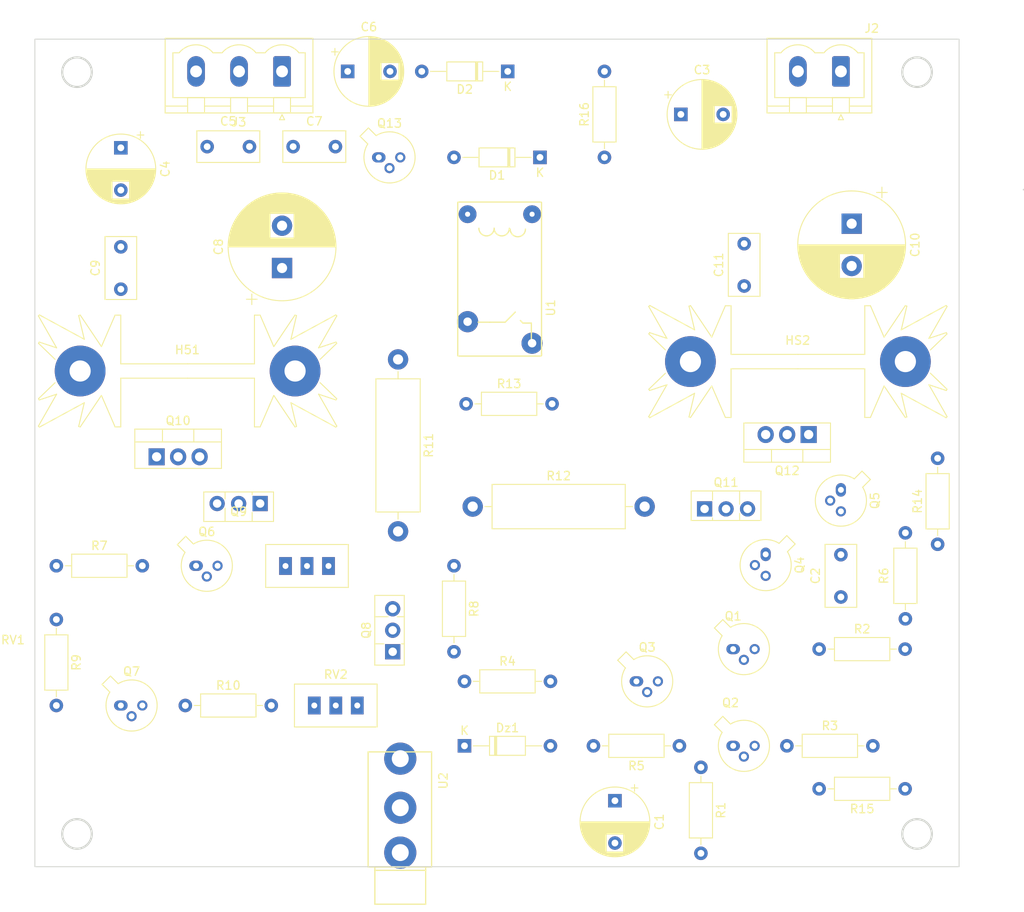
<source format=kicad_pcb>
(kicad_pcb (version 20211014) (generator pcbnew)
  (title_block (title "Routage Ampli Audio Laborde-Tastet / Rhali") (date "2022-04-02") (company "3 IMACS Groupe E") (comment 1 "Version 1"))
  (layers (0 "F.Cu" signal) (31 "B.Cu" signal) (34 "B.Paste" user) (35 "F.Paste" user) (36 "B.SilkS" user "B.Silkscreen") (37 "F.SilkS" user "F.Silkscreen") (38 "B.Mask" user) (39 "F.Mask" user) (44 "Edge.Cuts" user))
  (net 0 "")
  (net 1 "Net-(C1-Pad1)")
  (net 2 "Net-(C1-Pad2)")
  (net 3 "Net-(C2-Pad1)")
  (net 4 "Net-(C2-Pad2)")
  (net 5 "Net-(C3-Pad1)")
  (net 6 "GND")
  (net 7 "+12V")
  (net 8 "-12V")
  (net 9 "Net-(D1-Pad2)")
  (net 10 "Net-(D2-Pad2)")
  (net 11 "Net-(Dz1-Pad2)")
  (net 12 "/HP")
  (net 13 "Net-(Q1-Pad1)")
  (net 14 "Net-(Q2-Pad2)")
  (net 15 "Net-(Q2-Pad3)")
  (net 16 "Net-(Q3-Pad1)")
  (net 17 "Net-(Q4-Pad1)")
  (net 18 "Net-(Q5-Pad1)")
  (net 19 "Net-(Q6-Pad1)")
  (net 20 "Net-(Q6-Pad2)")
  (net 21 "Net-(Q6-Pad3)")
  (net 22 "Net-(Q7-Pad1)")
  (net 23 "Net-(Q8-Pad3)")
  (net 24 "Net-(Q10-Pad2)")
  (net 25 "Net-(Q10-Pad1)")
  (net 26 "Net-(Q11-Pad1)")
  (net 27 "Net-(Q11-Pad2)")
  (net 28 "Net-(R8-Pad1)")
  (net 29 "Net-(R10-Pad2)")
  (net 30 "Net-(R11-Pad2)")
  (footprint "importation:Potentiometer_Bourns_3296W_Vertical" (layer "F.Cu") (at 127.33 113.295)
    (fp_text reference "RV2" (at -2.54 -3.66) (layer "F.SilkS"))
    (fp_text value "R_Pot")
    (pad "1" thru_hole rect locked (at 0 0) (size 1.5 2.1) (drill 0.7) (layers *.Cu *.Mask) (net 6 "GND"))
    (pad "2" thru_hole rect locked (at -2.54 0) (size 1.5 2.1) (drill 0.7) (layers *.Cu *.Mask) (net 29 "Net-(R10-Pad2)"))
    (pad "3" thru_hole rect locked (at -5.08 0) (size 1.5 2.1) (drill 0.7) (layers *.Cu *.Mask) (net 29 "Net-(R10-Pad2)"))
  )
  (footprint "Resistor_THT:R_Axial_DIN0207_L6.3mm_D2.5mm_P10.16mm_Horizontal" (layer "F.Cu") (at 138.76 96.785 -90)
    (fp_text reference "R8" (at 5.08 -2.37 90) (layer "F.SilkS"))
    (fp_text value "R")
    (pad "1" thru_hole circle (at 0 0 270) (size 1.6 1.6) (drill 0.8) (layers *.Cu *.Mask) (net 28 "Net-(R8-Pad1)"))
    (pad "2" thru_hole oval (at 10.16 0 270) (size 1.6 1.6) (drill 0.8) (layers *.Cu *.Mask) (net 3 "Net-(C2-Pad1)"))
  )
  (footprint "importation:Jack_35RAPC2AV" (layer "F.Cu") (at 132.41 132.7775 90)
    (fp_text reference "U2" (at 10.5925 5.08 90) (layer "F.SilkS"))
    (fp_text value "Jack_Mono")
    (pad "G" thru_hole circle locked (at 2.1 0 90) (size 3.8 3.8) (drill 2) (layers *.Cu *.Mask) (net 6 "GND"))
    (pad "T" thru_hole circle locked (at 7.4 0 90) (size 3.8 3.8) (drill 2) (layers *.Cu *.Mask) (net 2 "Net-(C1-Pad2)"))
    (pad "TN" thru_hole circle locked (at 13.2 0 90) (size 3.8 3.8) (drill 2) (layers *.Cu *.Mask))
  )
  (footprint "Resistor_THT:R_Axial_DIN0207_L6.3mm_D2.5mm_P10.16mm_Horizontal" (layer "F.Cu") (at 107.01 113.295)
    (fp_text reference "R10" (at 5.08 -2.37) (layer "F.SilkS"))
    (fp_text value "R")
    (pad "1" thru_hole circle (at 0 0) (size 1.6 1.6) (drill 0.8) (layers *.Cu *.Mask) (net 20 "Net-(Q6-Pad2)"))
    (pad "2" thru_hole oval (at 10.16 0) (size 1.6 1.6) (drill 0.8) (layers *.Cu *.Mask) (net 29 "Net-(R10-Pad2)"))
  )
  (footprint "importation:Potentiometer_Bourns_3296W_Vertical" (layer "F.Cu") (at 118.85 96.81 180)
    (fp_text reference "RV1" (at 32.209448 -8.740552) (layer "F.SilkS"))
    (fp_text value "R_Pot")
    (pad "1" thru_hole rect locked (at 0 0 180) (size 1.5 2.1) (drill 0.7) (layers *.Cu *.Mask) (net 21 "Net-(Q6-Pad3)"))
    (pad "2" thru_hole rect locked (at -2.54 0 180) (size 1.5 2.1) (drill 0.7) (layers *.Cu *.Mask) (net 23 "Net-(Q8-Pad3)"))
    (pad "3" thru_hole rect locked (at -5.08 0 180) (size 1.5 2.1) (drill 0.7) (layers *.Cu *.Mask) (net 28 "Net-(R8-Pad1)"))
  )
  (footprint "Package_TO_SOT_THT:TO-18-3" (layer "F.Cu") (at 99.39 113.295)
    (fp_text reference "Q7" (at 1.27 -4.02) (layer "F.SilkS"))
    (fp_text value "2N2907")
    (pad "1" thru_hole oval (at 0 0) (size 1.6 1.2) (drill 0.7) (layers *.Cu *.Mask) (net 22 "Net-(Q7-Pad1)"))
    (pad "2" thru_hole oval (at 1.27 1.27) (size 1.2 1.2) (drill 0.7) (layers *.Cu *.Mask) (net 20 "Net-(Q6-Pad2)"))
    (pad "3" thru_hole oval (at 2.54 0) (size 1.2 1.2) (drill 0.7) (layers *.Cu *.Mask) (net 20 "Net-(Q6-Pad2)"))
  )
  (footprint "Heatsink:Heatsink_Fischer_SK104-STC-STIC_35x13mm_2xDrill2.5mm" (layer "F.Cu") (at 179.4 72.655)
    (fp_text reference "HS2" (at -0.025 -2.5) (layer "F.SilkS"))
    (fp_text value "Heatsink")
    (pad "1" thru_hole circle (at -12.7 0 180) (size 6 6) (drill 2.5) (layers *.Cu *.Mask))
    (pad "1" thru_hole circle (at 12.7 0) (size 6 6) (drill 2.5) (layers *.Cu *.Mask))
  )
  (footprint "Capacitor_THT:C_Rect_L7.2mm_W3.5mm_P5.00mm_FKS2_FKP2_MKS2_MKP2" (layer "F.Cu") (at 119.75 47.255)
    (fp_text reference "C7" (at 2.5 -3) (layer "F.SilkS"))
    (fp_text value "100n")
    (pad "1" thru_hole circle (at 0 0) (size 1.6 1.6) (drill 0.8) (layers *.Cu *.Mask) (net 6 "GND"))
    (pad "2" thru_hole circle (at 5 0) (size 1.6 1.6) (drill 0.8) (layers *.Cu *.Mask) (net 8 "-12V"))
  )
  (footprint "Resistor_THT:R_Axial_DIN0207_L6.3mm_D2.5mm_P10.16mm_Horizontal" (layer "F.Cu") (at 91.77 103.135 -90)
    (fp_text reference "R9" (at 5.08 -2.37 90) (layer "F.SilkS"))
    (fp_text value "R")
    (pad "1" thru_hole circle (at 0 0 270) (size 1.6 1.6) (drill 0.8) (layers *.Cu *.Mask) (net 7 "+12V"))
    (pad "2" thru_hole oval (at 10.16 0 270) (size 1.6 1.6) (drill 0.8) (layers *.Cu *.Mask) (net 22 "Net-(Q7-Pad1)"))
  )
  (footprint "Resistor_THT:R_Axial_DIN0207_L6.3mm_D2.5mm_P10.16mm_Horizontal" (layer "F.Cu") (at 167.93785 120.602456 -90)
    (fp_text reference "R1" (at 5.08 -2.37 90) (layer "F.SilkS"))
    (fp_text value "R")
    (pad "1" thru_hole circle (at 0 0 270) (size 1.6 1.6) (drill 0.8) (layers *.Cu *.Mask) (net 1 "Net-(C1-Pad1)"))
    (pad "2" thru_hole oval (at 10.16 0 270) (size 1.6 1.6) (drill 0.8) (layers *.Cu *.Mask) (net 6 "GND"))
  )
  (footprint "Resistor_THT:R_Axial_DIN0516_L15.5mm_D5.0mm_P20.32mm_Horizontal" (layer "F.Cu") (at 140.97 89.79)
    (fp_text reference "R12" (at 10.16 -3.62) (layer "F.SilkS"))
    (fp_text value "R")
    (pad "1" thru_hole circle (at 0 0) (size 2.4 2.4) (drill 1.2) (layers *.Cu *.Mask) (net 30 "Net-(R11-Pad2)"))
    (pad "2" thru_hole oval (at 20.32 0) (size 2.4 2.4) (drill 1.2) (layers *.Cu *.Mask) (net 26 "Net-(Q11-Pad1)"))
  )
  (footprint "Capacitor_THT:CP_Radial_D8.0mm_P5.00mm" (layer "F.Cu") (at 126.197349 38.365)
    (fp_text reference "C6" (at 2.5 -5.25) (layer "F.SilkS"))
    (fp_text value "10u")
    (pad "1" thru_hole rect (at 0 0) (size 1.6 1.6) (drill 0.8) (layers *.Cu *.Mask) (net 6 "GND"))
    (pad "2" thru_hole circle (at 5 0) (size 1.6 1.6) (drill 0.8) (layers *.Cu *.Mask) (net 8 "-12V"))
  )
  (footprint "Package_TO_SOT_THT:TO-18-3" (layer "F.Cu") (at 108.28 96.785)
    (fp_text reference "Q6" (at 1.27 -4.02) (layer "F.SilkS"))
    (fp_text value "2N2907")
    (pad "1" thru_hole oval (at 0 0) (size 1.6 1.2) (drill 0.7) (layers *.Cu *.Mask) (net 19 "Net-(Q6-Pad1)"))
    (pad "2" thru_hole oval (at 1.27 1.27) (size 1.2 1.2) (drill 0.7) (layers *.Cu *.Mask) (net 20 "Net-(Q6-Pad2)"))
    (pad "3" thru_hole oval (at 2.54 0) (size 1.2 1.2) (drill 0.7) (layers *.Cu *.Mask) (net 21 "Net-(Q6-Pad3)"))
  )
  (footprint "Resistor_THT:R_Axial_DIN0207_L6.3mm_D2.5mm_P10.16mm_Horizontal" (layer "F.Cu") (at 91.77 96.785)
    (fp_text reference "R7" (at 5.08 -2.37) (layer "F.SilkS"))
    (fp_text value "R")
    (pad "1" thru_hole circle (at 0 0) (size 1.6 1.6) (drill 0.8) (layers *.Cu *.Mask) (net 7 "+12V"))
    (pad "2" thru_hole oval (at 10.16 0) (size 1.6 1.6) (drill 0.8) (layers *.Cu *.Mask) (net 19 "Net-(Q6-Pad1)"))
  )
  (footprint "Capacitor_THT:CP_Radial_D12.5mm_P5.00mm" (layer "F.Cu") (at 185.75 56.361041 -90)
    (fp_text reference "C10" (at 2.5 -7.5 -270) (layer "F.SilkS"))
    (fp_text value "470u")
    (pad "1" thru_hole rect (at 0 0 270) (size 2.4 2.4) (drill 1.2) (layers *.Cu *.Mask) (net 6 "GND"))
    (pad "2" thru_hole circle (at 5 0 270) (size 2.4 2.4) (drill 1.2) (layers *.Cu *.Mask) (net 8 "-12V"))
  )
  (footprint "Capacitor_THT:CP_Radial_D8.0mm_P5.00mm" (layer "F.Cu") (at 99.39 47.392349 -90)
    (fp_text reference "C4" (at 2.5 -5.25 90) (layer "F.SilkS"))
    (fp_text value "10u")
    (pad "1" thru_hole rect (at 0 0 270) (size 1.6 1.6) (drill 0.8) (layers *.Cu *.Mask) (net 7 "+12V"))
    (pad "2" thru_hole circle (at 5 0 270) (size 1.6 1.6) (drill 0.8) (layers *.Cu *.Mask) (net 6 "GND"))
  )
  (footprint "Resistor_THT:R_Axial_DIN0207_L6.3mm_D2.5mm_P10.16mm_Horizontal" (layer "F.Cu") (at 192.06785 123.142456 180)
    (fp_text reference "R15" (at 5.08 -2.37) (layer "F.SilkS"))
    (fp_text value "R")
    (pad "1" thru_hole circle (at 0 0 180) (size 1.6 1.6) (drill 0.8) (layers *.Cu *.Mask) (net 14 "Net-(Q2-Pad2)"))
    (pad "2" thru_hole oval (at 10.16 0 180) (size 1.6 1.6) (drill 0.8) (layers *.Cu *.Mask) (net 6 "GND"))
  )
  (footprint "importation:Relais_112LMH2" (layer "F.Cu") (at 130.8425 30.1775 -90)
    (fp_text reference "U1" (at 36.1275 -19.3475 90) (layer "F.SilkS"))
    (fp_text value "Relay_1CT")
    (pad "b1" thru_hole circle locked (at 25.065 -9.525 270) (size 2.1 2.1) (drill 0.6) (layers *.Cu *.Mask) (net 9 "Net-(D1-Pad2)"))
    (pad "b2" thru_hole circle locked (at 25.065 -17.145 270) (size 2.1 2.1) (drill 0.6) (layers *.Cu *.Mask) (net 7 "+12V"))
    (pad "c1" thru_hole circle locked (at 37.765 -9.525 270) (size 2.5 2.5) (drill 1) (layers *.Cu *.Mask) (net 30 "Net-(R11-Pad2)"))
    (pad "c2" thru_hole circle locked (at 40.305 -17.145 270) (size 2.5 2.5) (drill 1) (layers *.Cu *.Mask) (net 12 "/HP"))
  )
  (footprint "Resistor_THT:R_Axial_DIN0207_L6.3mm_D2.5mm_P10.16mm_Horizontal" (layer "F.Cu") (at 156.54 48.525 90)
    (fp_text reference "R16" (at 5.08 -2.37 90) (layer "F.SilkS"))
    (fp_text value "R")
    (pad "1" thru_hole circle (at 0 0 90) (size 1.6 1.6) (drill 0.8) (layers *.Cu *.Mask) (net 7 "+12V"))
    (pad "2" thru_hole oval (at 10.16 0 90) (size 1.6 1.6) (drill 0.8) (layers *.Cu *.Mask) (net 5 "Net-(C3-Pad1)"))
  )
  (footprint "Diode_THT:D_DO-35_SOD27_P10.16mm_Horizontal" (layer "F.Cu") (at 145.11 38.365 180)
    (fp_text reference "D2" (at 5.08 -2.12) (layer "F.SilkS"))
    (fp_text value "D_Zener")
    (fp_text user "K" (at 0 -1.8) (layer "F.SilkS"))
    (pad "1" thru_hole rect (at 0 0 180) (size 1.6 1.6) (drill 0.8) (layers *.Cu *.Mask) (net 5 "Net-(C3-Pad1)"))
    (pad "2" thru_hole oval (at 10.16 0 180) (size 1.6 1.6) (drill 0.8) (layers *.Cu *.Mask) (net 10 "Net-(D2-Pad2)"))
  )
  (footprint "Package_TO_SOT_THT:TO-18-3" (layer "F.Cu") (at 171.74785 118.062456)
    (fp_text reference "Q2" (at -0.312331 -5.08) (layer "F.SilkS"))
    (fp_text value "2N2907")
    (pad "1" thru_hole oval (at 0 0) (size 1.6 1.2) (drill 0.7) (layers *.Cu *.Mask) (net 13 "Net-(Q1-Pad1)"))
    (pad "2" thru_hole oval (at 1.27 1.27) (size 1.2 1.2) (drill 0.7) (layers *.Cu *.Mask) (net 14 "Net-(Q2-Pad2)"))
    (pad "3" thru_hole oval (at 2.54 0) (size 1.2 1.2) (drill 0.7) (layers *.Cu *.Mask) (net 15 "Net-(Q2-Pad3)"))
  )
  (footprint "Capacitor_THT:C_Rect_L7.2mm_W3.5mm_P5.00mm_FKS2_FKP2_MKS2_MKP2" (layer "F.Cu") (at 184.48 100.475 90)
    (fp_text reference "C2" (at 2.5 -3 90) (layer "F.SilkS"))
    (fp_text value "C")
    (pad "1" thru_hole circle (at 0 0 90) (size 1.6 1.6) (drill 0.8) (layers *.Cu *.Mask) (net 3 "Net-(C2-Pad1)"))
    (pad "2" thru_hole circle (at 5 0 90) (size 1.6 1.6) (drill 0.8) (layers *.Cu *.Mask) (net 4 "Net-(C2-Pad2)"))
  )
  (footprint "Capacitor_THT:C_Rect_L7.2mm_W3.5mm_P5.00mm_FKS2_FKP2_MKS2_MKP2" (layer "F.Cu") (at 99.39 64.1 90)
    (fp_text reference "C9" (at 2.5 -3 90) (layer "F.SilkS"))
    (fp_text value "100n")
    (pad "1" thru_hole circle (at 0 0 90) (size 1.6 1.6) (drill 0.8) (layers *.Cu *.Mask) (net 7 "+12V"))
    (pad "2" thru_hole circle (at 5 0 90) (size 1.6 1.6) (drill 0.8) (layers *.Cu *.Mask) (net 6 "GND"))
  )
  (footprint "Package_TO_SOT_THT:TO-18-3" (layer "F.Cu") (at 184.48 87.815 -90)
    (fp_text reference "Q5" (at 1.27 -4.02 90) (layer "F.SilkS"))
    (fp_text value "2N2222")
    (pad "1" thru_hole oval (at 0 0 270) (size 1.6 1.2) (drill 0.7) (layers *.Cu *.Mask) (net 18 "Net-(Q5-Pad1)"))
    (pad "2" thru_hole oval (at 1.27 1.27 270) (size 1.2 1.2) (drill 0.7) (layers *.Cu *.Mask) (net 17 "Net-(Q4-Pad1)"))
    (pad "3" thru_hole oval (at 2.54 0 270) (size 1.2 1.2) (drill 0.7) (layers *.Cu *.Mask) (net 3 "Net-(C2-Pad1)"))
  )
  (footprint "Resistor_THT:R_Axial_DIN0207_L6.3mm_D2.5mm_P10.16mm_Horizontal" (layer "F.Cu") (at 195.91 94.245 90)
    (fp_text reference "R14" (at 5.08 -2.37 90) (layer "F.SilkS"))
    (fp_text value "R")
    (pad "1" thru_hole circle (at 0 0 90) (size 1.6 1.6) (drill 0.8) (layers *.Cu *.Mask) (net 14 "Net-(Q2-Pad2)"))
    (pad "2" thru_hole oval (at 10.16 0 90) (size 1.6 1.6) (drill 0.8) (layers *.Cu *.Mask) (net 30 "Net-(R11-Pad2)"))
  )
  (footprint "Package_TO_SOT_THT:TO-220-3_Vertical" (layer "F.Cu") (at 103.62 83.91)
    (fp_text reference "Q10" (at 2.54 -4.27) (layer "F.SilkS"))
    (fp_text value "TIP32")
    (pad "1" thru_hole rect (at 0 0) (size 1.905 2) (drill 1.1) (layers *.Cu *.Mask) (net 25 "Net-(Q10-Pad1)"))
    (pad "2" thru_hole oval (at 2.54 0) (size 1.905 2) (drill 1.1) (layers *.Cu *.Mask) (net 24 "Net-(Q10-Pad2)"))
    (pad "3" thru_hole oval (at 5.08 0) (size 1.905 2) (drill 1.1) (layers *.Cu *.Mask) (net 7 "+12V"))
  )
  (footprint "Resistor_THT:R_Axial_DIN0207_L6.3mm_D2.5mm_P10.16mm_Horizontal" (layer "F.Cu") (at 178.09785 118.062456)
    (fp_text reference "R3" (at 5.08 -2.37) (layer "F.SilkS"))
    (fp_text value "R")
    (pad "1" thru_hole circle (at 0 0) (size 1.6 1.6) (drill 0.8) (layers *.Cu *.Mask) (net 15 "Net-(Q2-Pad3)"))
    (pad "2" thru_hole oval (at 10.16 0) (size 1.6 1.6) (drill 0.8) (layers *.Cu *.Mask) (net 8 "-12V"))
  )
  (footprint "Connector_Phoenix_MSTB:PhoenixContact_MSTBVA_2,5_3-G-5,08_1x03_P5.08mm_Vertical" (layer "F.Cu") (at 118.44 38.365 180)
    (fp_text reference "J3" (at 5.08 -6) (layer "F.SilkS"))
    (fp_text value "Conn_01x03")
    (pad "1" thru_hole roundrect (at 0 0 180) (size 2.08 3.6) (drill 1.4) (layers *.Cu *.Mask) (roundrect_rratio 0.120192) (net 8 "-12V"))
    (pad "2" thru_hole oval (at 5.08 0 180) (size 2.08 3.6) (drill 1.4) (layers *.Cu *.Mask) (net 6 "GND"))
    (pad "3" thru_hole oval (at 10.16 0 180) (size 2.08 3.6) (drill 1.4) (layers *.Cu *.Mask) (net 7 "+12V"))
  )
  (footprint "Diode_THT:D_DO-35_SOD27_P10.16mm_Horizontal" (layer "F.Cu") (at 139.99785 118.062456)
    (fp_text reference "Dz1" (at 5.08 -2.12) (layer "F.SilkS"))
    (fp_text value "BZX55C5V1")
    (fp_text user "K" (at 0 -1.8) (layer "F.SilkS"))
    (pad "1" thru_hole rect (at 0 0) (size 1.6 1.6) (drill 0.8) (layers *.Cu *.Mask) (net 7 "+12V"))
    (pad "2" thru_hole oval (at 10.16 0) (size 1.6 1.6) (drill 0.8) (layers *.Cu *.Mask) (net 11 "Net-(Dz1-Pad2)"))
  )
  (footprint "Package_TO_SOT_THT:TO-126-3_Vertical" (layer "F.Cu") (at 131.515 106.945 90)
    (fp_text reference "Q8" (at 2.54 -3.12 90) (layer "F.SilkS"))
    (fp_text value "BD139")
    (pad "1" thru_hole rect (at 0 0 90) (size 1.8 1.8) (drill 1) (layers *.Cu *.Mask) (net 3 "Net-(C2-Pad1)"))
    (pad "2" thru_hole oval (at 2.54 0 90) (size 1.8 1.8) (drill 1) (layers *.Cu *.Mask) (net 21 "Net-(Q6-Pad3)"))
    (pad "3" thru_hole oval (at 5.08 0 90) (size 1.8 1.8) (drill 1) (layers *.Cu *.Mask) (net 23 "Net-(Q8-Pad3)"))
  )
  (footprint "Heatsink:Heatsink_Fischer_SK104-STC-STIC_35x13mm_2xDrill2.5mm" (layer "F.Cu") (at 107.28 73.77)
    (fp_text reference "H51" (at -0.025 -2.5) (layer "F.SilkS"))
    (fp_text value "Heatsink")
    (pad "1" thru_hole circle (at 12.7 0) (size 6 6) (drill 2.5) (layers *.Cu *.Mask))
    (pad "1" thru_hole circle (at -12.7 0 180) (size 6 6) (drill 2.5) (layers *.Cu *.Mask))
  )
  (footprint "Package_TO_SOT_THT:TO-126-3_Vertical" (layer "F.Cu") (at 115.85 89.43 180)
    (fp_text reference "Q9" (at 2.54 -0.955) (layer "F.SilkS"))
    (fp_text value "BD139")
    (pad "1" thru_hole rect (at 0 0 180) (size 1.8 1.8) (drill 1) (layers *.Cu *.Mask) (net 24 "Net-(Q10-Pad2)"))
    (pad "2" thru_hole oval (at 2.54 0 180) (size 1.8 1.8) (drill 1) (layers *.Cu *.Mask) (net 25 "Net-(Q10-Pad1)"))
    (pad "3" thru_hole oval (at 5.08 0 180) (size 1.8 1.8) (drill 1) (layers *.Cu *.Mask) (net 21 "Net-(Q6-Pad3)"))
  )
  (footprint "Resistor_THT:R_Axial_DIN0207_L6.3mm_D2.5mm_P10.16mm_Horizontal" (layer "F.Cu") (at 181.90785 106.632456)
    (fp_text reference "R2" (at 5.08 -2.37) (layer "F.SilkS"))
    (fp_text value "R")
    (pad "1" thru_hole circle (at 0 0) (size 1.6 1.6) (drill 0.8) (layers *.Cu *.Mask) (net 4 "Net-(C2-Pad2)"))
    (pad "2" thru_hole oval (at 10.16 0) (size 1.6 1.6) (drill 0.8) (layers *.Cu *.Mask) (net 8 "-12V"))
  )
  (footprint "Connector_Phoenix_MSTB:PhoenixContact_MSTBVA_2,5_2-G-5,08_1x02_P5.08mm_Vertical" (layer "F.Cu") (at 184.48 38.365 180)
    (fp_text reference "J2" (at -3.65 5.08) (layer "F.SilkS"))
    (fp_text value "Conn_01x02")
    (pad "1" thru_hole roundrect (at 0 0 180) (size 2.08 3.6) (drill 1.4) (layers *.Cu *.Mask) (roundrect_rratio 0.120192) (net 12 "/HP"))
    (pad "2" thru_hole oval (at 5.08 0 180) (size 2.08 3.6) (drill 1.4) (layers *.Cu *.Mask) (net 6 "GND"))
  )
  (footprint "Package_TO_SOT_THT:TO-18-3" (layer "F.Cu") (at 160.31785 110.442456)
    (fp_text reference "Q3" (at 1.27 -4.02) (layer "F.SilkS"))
    (fp_text value "2N2907")
    (pad "1" thru_hole oval (at 0 0) (size 1.6 1.2) (drill 0.7) (layers *.Cu *.Mask) (net 16 "Net-(Q3-Pad1)"))
    (pad "2" thru_hole oval (at 1.27 1.27) (size 1.2 1.2) (drill 0.7) (layers *.Cu *.Mask) (net 11 "Net-(Dz1-Pad2)"))
    (pad "3" thru_hole oval (at 2.54 0) (size 1.2 1.2) (drill 0.7) (layers *.Cu *.Mask) (net 13 "Net-(Q1-Pad1)"))
  )
  (footprint "Package_TO_SOT_THT:TO-126-3_Vertical" (layer "F.Cu") (at 168.37 90.065)
    (fp_text reference "Q11" (at 2.54 -3.12) (layer "F.SilkS"))
    (fp_text value "BD138")
    (pad "1" thru_hole rect (at 0 0) (size 1.8 1.8) (drill 1) (layers *.Cu *.Mask) (net 26 "Net-(Q11-Pad1)"))
    (pad "2" thru_hole oval (at 2.54 0) (size 1.8 1.8) (drill 1) (layers *.Cu *.Mask) (net 27 "Net-(Q11-Pad2)"))
    (pad "3" thru_hole oval (at 5.08 0) (size 1.8 1.8) (drill 1) (layers *.Cu *.Mask) (net 3 "Net-(C2-Pad1)"))
  )
  (footprint "Package_TO_SOT_THT:TO-18-3" (layer "F.Cu") (at 171.74785 106.632456)
    (fp_text reference "Q1" (at 0 -3.89) (layer "F.SilkS"))
    (fp_text value "2N2907")
    (pad "1" thru_hole oval (at 0 0) (size 1.6 1.2) (drill 0.7) (layers *.Cu *.Mask) (net 13 "Net-(Q1-Pad1)"))
    (pad "2" thru_hole oval (at 1.27 1.27) (size 1.2 1.2) (drill 0.7) (layers *.Cu *.Mask) (net 1 "Net-(C1-Pad1)"))
    (pad "3" thru_hole oval (at 2.54 0) (size 1.2 1.2) (drill 0.7) (layers *.Cu *.Mask) (net 4 "Net-(C2-Pad2)"))
  )
  (footprint "Capacitor_THT:C_Rect_L7.2mm_W3.5mm_P5.00mm_FKS2_FKP2_MKS2_MKP2" (layer "F.Cu") (at 173.05 63.725 90)
    (fp_text reference "C11" (at 2.5 -3 90) (layer "F.SilkS"))
    (fp_text value "100n")
    (pad "1" thru_hole circle (at 0 0 90) (size 1.6 1.6) (drill 0.8) (layers *.Cu *.Mask) (net 8 "-12V"))
    (pad "2" thru_hole circle (at 5 0 90) (size 1.6 1.6) (drill 0.8) (layers *.Cu *.Mask) (net 6 "GND"))
  )
  (footprint "Resistor_THT:R_Axial_DIN0207_L6.3mm_D2.5mm_P10.16mm_Horizontal" (layer "F.Cu") (at 165.39785 118.062456 180)
    (fp_text reference "R5" (at 5.08 -2.37) (layer "F.SilkS"))
    (fp_text value "R")
    (pad "1" thru_hole circle (at 0 0 180) (size 1.6 1.6) (drill 0.8) (layers *.Cu *.Mask) (net 11 "Net-(Dz1-Pad2)"))
    (pad "2" thru_hole oval (at 10.16 0 180) (size 1.6 1.6) (drill 0.8) (layers *.Cu *.Mask) (net 6 "GND"))
  )
  (footprint "Resistor_THT:R_Axial_DIN0207_L6.3mm_D2.5mm_P10.16mm_Horizontal" (layer "F.Cu") (at 192.1 92.895 -90)
    (fp_text reference "R6" (at 5.08 2.54 90) (layer "F.SilkS"))
    (fp_text value "R")
    (pad "1" thru_hole circle (at 0 0 270) (size 1.6 1.6) (drill 0.8) (layers *.Cu *.Mask) (net 18 "Net-(Q5-Pad1)"))
    (pad "2" thru_hole oval (at 10.16 0 270) (size 1.6 1.6) (drill 0.8) (layers *.Cu *.Mask) (net 8 "-12V"))
  )
  (footprint "Package_TO_SOT_THT:TO-220-3_Vertical" (layer "F.Cu") (at 180.67 81.28 180)
    (fp_text reference "Q12" (at 2.54 -4.27) (layer "F.SilkS"))
    (fp_text value "TIP31")
    (pad "1" thru_hole rect (at 0 0 180) (size 1.905 2) (drill 1.1) (layers *.Cu *.Mask) (net 27 "Net-(Q11-Pad2)"))
    (pad "2" thru_hole oval (at 2.54 0 180) (size 1.905 2) (drill 1.1) (layers *.Cu *.Mask) (net 26 "Net-(Q11-Pad1)"))
    (pad "3" thru_hole oval (at 5.08 0 180) (size 1.905 2) (drill 1.1) (layers *.Cu *.Mask) (net 8 "-12V"))
  )
  (footprint "Resistor_THT:R_Axial_DIN0516_L15.5mm_D5.0mm_P20.32mm_Horizontal" (layer "F.Cu") (at 132.15 72.4 -90)
    (fp_text reference "R11" (at 10.16 -3.62 90) (layer "F.SilkS"))
    (fp_text value "R")
    (pad "1" thru_hole circle (at 0 0 270) (size 2.4 2.4) (drill 1.2) (layers *.Cu *.Mask) (net 24 "Net-(Q10-Pad2)"))
    (pad "2" thru_hole oval (at 20.32 0 270) (size 2.4 2.4) (drill 1.2) (layers *.Cu *.Mask) (net 30 "Net-(R11-Pad2)"))
  )
  (footprint "Package_TO_SOT_THT:TO-18-3" (layer "F.Cu") (at 129.87 48.525)
    (fp_text reference "Q13" (at 1.27 -4.02) (layer "F.SilkS"))
    (fp_text value "2N2222")
    (pad "1" thru_hole oval (at 0 0) (size 1.6 1.2) (drill 0.7) (layers *.Cu *.Mask) (net 6 "GND"))
    (pad "2" thru_hole oval (at 1.27 1.27) (size 1.2 1.2) (drill 0.7) (layers *.Cu *.Mask) (net 10 "Net-(D2-Pad2)"))
    (pad "3" thru_hole oval (at 2.54 0) (size 1.2 1.2) (drill 0.7) (layers *.Cu *.Mask) (net 9 "Net-(D1-Pad2)"))
  )
  (footprint "Resistor_THT:R_Axial_DIN0207_L6.3mm_D2.5mm_P10.16mm_Horizontal" (layer "F.Cu") (at 139.99785 110.442456)
    (fp_text reference "R4" (at 5.08 -2.37) (layer "F.SilkS"))
    (fp_text value "R")
    (pad "1" thru_hole circle (at 0 0) (size 1.6 1.6) (drill 0.8) (layers *.Cu *.Mask) (net 7 "+12V"))
    (pad "2" thru_hole oval (at 10.16 0) (size 1.6 1.6) (drill 0.8) (layers *.Cu *.Mask) (net 16 "Net-(Q3-Pad1)"))
  )
  (footprint "Capacitor_THT:CP_Radial_D8.0mm_P5.00mm" (layer "F.Cu") (at 157.77785 124.549805 -90)
    (fp_text reference "C1" (at 2.5 -5.25 90) (layer "F.SilkS"))
    (fp_text value "47u")
    (pad "1" thru_hole rect (at 0 0 270) (size 1.6 1.6) (drill 0.8) (layers *.Cu *.Mask) (net 1 "Net-(C1-Pad1)"))
    (pad "2" thru_hole circle (at 5 0 270) (size 1.6 1.6) (drill 0.8) (layers *.Cu *.Mask) (net 2 "Net-(C1-Pad2)"))
  )
  (footprint "Capacitor_THT:CP_Radial_D12.5mm_P5.00mm" (layer "F.Cu") (at 118.44 61.6 90)
    (fp_text reference "C8" (at 2.5 -7.5 90) (layer "F.SilkS"))
    (fp_text value "470u")
    (pad "1" thru_hole rect (at 0 0 90) (size 2.4 2.4) (drill 1.2) (layers *.Cu *.Mask) (net 7 "+12V"))
    (pad "2" thru_hole circle (at 5 0 90) (size 2.4 2.4) (drill 1.2) (layers *.Cu *.Mask) (net 6 "GND"))
  )
  (footprint "Resistor_THT:R_Axial_DIN0207_L6.3mm_D2.5mm_P10.16mm_Horizontal" (layer "F.Cu") (at 140.19 77.65)
    (fp_text reference "R13" (at 5.08 -2.37) (layer "F.SilkS"))
    (fp_text value "R")
    (pad "1" thru_hole circle (at 0 0) (size 1.6 1.6) (drill 0.8) (layers *.Cu *.Mask) (net 30 "Net-(R11-Pad2)"))
    (pad "2" thru_hole oval (at 10.16 0) (size 1.6 1.6) (drill 0.8) (layers *.Cu *.Mask) (net 6 "GND"))
  )
  (footprint "Diode_THT:D_DO-35_SOD27_P10.16mm_Horizontal" (layer "F.Cu") (at 148.92 48.525 180)
    (fp_text reference "D1" (at 5.08 -2.12) (layer "F.SilkS"))
    (fp_text value "1N4148")
    (fp_text user "K" (at 0 -1.8) (layer "F.SilkS"))
    (pad "1" thru_hole rect (at 0 0 180) (size 1.6 1.6) (drill 0.8) (layers *.Cu *.Mask) (net 7 "+12V"))
    (pad "2" thru_hole oval (at 10.16 0 180) (size 1.6 1.6) (drill 0.8) (layers *.Cu *.Mask) (net 9 "Net-(D1-Pad2)"))
  )
  (footprint "Capacitor_THT:C_Rect_L7.2mm_W3.5mm_P5.00mm_FKS2_FKP2_MKS2_MKP2" (layer "F.Cu") (at 109.59 47.255)
    (fp_text reference "C5" (at 2.5 -3) (layer "F.SilkS"))
    (fp_text value "100n")
    (pad "1" thru_hole circle (at 0 0) (size 1.6 1.6) (drill 0.8) (layers *.Cu *.Mask) (net 7 "+12V"))
    (pad "2" thru_hole circle (at 5 0) (size 1.6 1.6) (drill 0.8) (layers *.Cu *.Mask) (net 6 "GND"))
  )
  (footprint "Package_TO_SOT_THT:TO-18-3" (layer "F.Cu") (at 175.59 95.435 -90)
    (fp_text reference "Q4" (at 1.27 -4.02 90) (layer "F.SilkS"))
    (fp_text value "2N2222")
    (pad "1" thru_hole oval (at 0 0 270) (size 1.6 1.2) (drill 0.7) (layers *.Cu *.Mask) (net 17 "Net-(Q4-Pad1)"))
    (pad "2" thru_hole oval (at 1.27 1.27 270) (size 1.2 1.2) (drill 0.7) (layers *.Cu *.Mask) (net 4 "Net-(C2-Pad2)"))
    (pad "3" thru_hole oval (at 2.54 0 270) (size 1.2 1.2) (drill 0.7) (layers *.Cu *.Mask) (net 3 "Net-(C2-Pad1)"))
  )
  (footprint "Capacitor_THT:CP_Radial_D8.0mm_P5.00mm" (layer "F.Cu") (at 165.567349 43.445)
    (fp_text reference "C3" (at 2.5 -5.25) (layer "F.SilkS"))
    (fp_text value "100u")
    (pad "1" thru_hole rect (at 0 0) (size 1.6 1.6) (drill 0.8) (layers *.Cu *.Mask) (net 5 "Net-(C3-Pad1)"))
    (pad "2" thru_hole circle (at 5 0) (size 1.6 1.6) (drill 0.8) (layers *.Cu *.Mask) (net 6 "GND"))
  )
  (gr_circle (center 94.21 128.475) (end 95.96 128.475) (layer "Edge.Cuts") (width 0.25) (fill none))
  (gr_circle (center 206.07 52.335) (end 206.07 52.335) (layer "Edge.Cuts") (width 0.1) (fill none))
  (gr_circle (center 94.21 38.455) (end 95.96 38.455) (layer "Edge.Cuts") (width 0.25) (fill none))
  (gr_circle (center 193.48 38.455) (end 195.23 38.455) (layer "Edge.Cuts") (width 0.25) (fill none))
  (gr_circle (center 193.48 128.475) (end 195.23 128.475) (layer "Edge.Cuts") (width 0.25) (fill none))
  (gr_rect (start 89.23 34.555) (end 198.45 132.345) (layer "Edge.Cuts") (width 0.1) (fill none))
)
</source>
